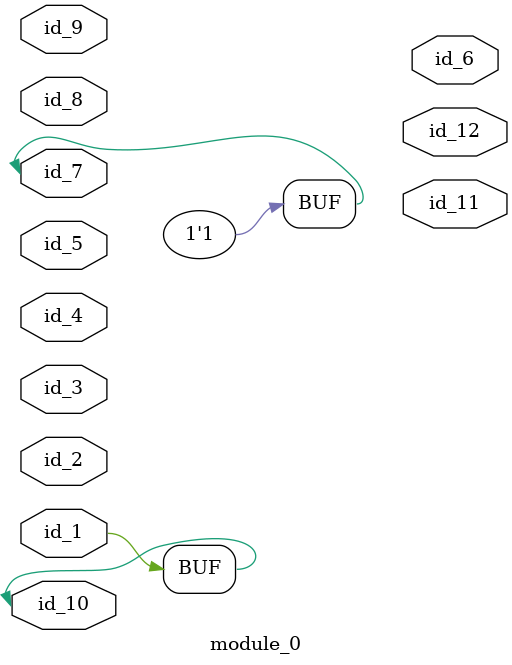
<source format=v>
module module_0 (
    id_1,
    id_2,
    id_3,
    id_4,
    id_5,
    id_6,
    id_7,
    id_8,
    id_9,
    id_10,
    id_11,
    id_12
);
  output id_12;
  output id_11;
  inout id_10;
  input id_9;
  input id_8;
  inout id_7;
  output id_6;
  input id_5;
  input id_4;
  input id_3;
  input id_2;
  inout id_1;
  always @(*) begin
    id_1 <= id_10;
  end
  assign id_7 = 1;
endmodule

</source>
